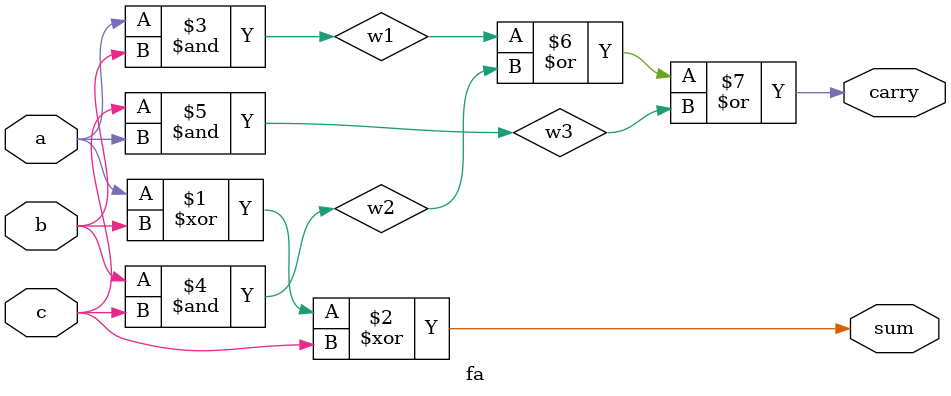
<source format=v>
module fa(a,b,c,sum,carry);
input a,b,c;
output sum,carry;
wire w1,w2,w3;
xor(sum,a,b,c);
and(w1,a,b);
and(w2,b,c);
and(w3,c,a);
or(carry,w1,w2,w3);
endmodule
</source>
